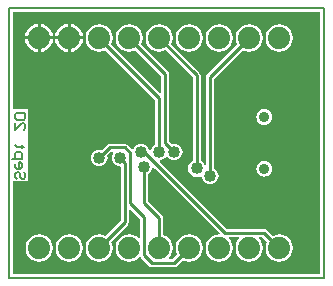
<source format=gbl>
G04 Layer_Physical_Order=2*
G04 Layer_Color=16711680*
%FSLAX25Y25*%
%MOIN*%
G70*
G01*
G75*
%ADD18C,0.01000*%
%ADD19C,0.00800*%
%ADD20C,0.03543*%
%ADD21C,0.07400*%
%ADD22C,0.04000*%
%ADD23C,0.00510*%
G36*
X203777Y101224D02*
X101224D01*
Y132164D01*
X106310D01*
Y156310D01*
X101224D01*
Y188777D01*
X203777D01*
Y101224D01*
D02*
G37*
%LPC*%
G36*
X140000Y184539D02*
X138825Y184384D01*
X137731Y183931D01*
X136791Y183209D01*
X136069Y182269D01*
X135616Y181175D01*
X135461Y180000D01*
X135616Y178825D01*
X136069Y177731D01*
X136791Y176791D01*
X137731Y176069D01*
X138825Y175616D01*
X140000Y175461D01*
X141175Y175616D01*
X142119Y176007D01*
X150674Y167451D01*
Y161853D01*
X150213Y161662D01*
X133993Y177881D01*
X134384Y178825D01*
X134539Y180000D01*
X134384Y181175D01*
X133931Y182269D01*
X133209Y183209D01*
X132269Y183931D01*
X131175Y184384D01*
X130000Y184539D01*
X128825Y184384D01*
X127731Y183931D01*
X126791Y183209D01*
X126069Y182269D01*
X125616Y181175D01*
X125461Y180000D01*
X125616Y178825D01*
X126069Y177731D01*
X126791Y176791D01*
X127731Y176069D01*
X128825Y175616D01*
X130000Y175461D01*
X131175Y175616D01*
X132119Y176007D01*
X148674Y159451D01*
Y144482D01*
X148588Y144446D01*
X148003Y143997D01*
X147554Y143412D01*
X147272Y142731D01*
X147252Y142580D01*
X146748D01*
X146728Y142731D01*
X146446Y143412D01*
X145997Y143997D01*
X145412Y144446D01*
X144731Y144728D01*
X144000Y144824D01*
X143269Y144728D01*
X142588Y144446D01*
X142003Y143997D01*
X141554Y143412D01*
X141442Y143140D01*
X140852Y143023D01*
X139437Y144437D01*
X139007Y144725D01*
X138500Y144825D01*
X133500D01*
X132993Y144725D01*
X132563Y144437D01*
X130818Y142692D01*
X130731Y142728D01*
X130000Y142824D01*
X129269Y142728D01*
X128588Y142446D01*
X128003Y141997D01*
X127554Y141412D01*
X127272Y140731D01*
X127176Y140000D01*
X127272Y139269D01*
X127554Y138588D01*
X128003Y138003D01*
X128588Y137554D01*
X129269Y137272D01*
X130000Y137176D01*
X130731Y137272D01*
X131412Y137554D01*
X131997Y138003D01*
X132446Y138588D01*
X132728Y139269D01*
X132824Y140000D01*
X132728Y140731D01*
X132692Y140818D01*
X134046Y142172D01*
X134531Y142130D01*
X134756Y141674D01*
X134554Y141412D01*
X134272Y140731D01*
X134176Y140000D01*
X134272Y139269D01*
X134554Y138588D01*
X135003Y138003D01*
X135588Y137554D01*
X136269Y137272D01*
X137000Y137176D01*
X137215Y136988D01*
Y119089D01*
X132119Y113993D01*
X131175Y114384D01*
X130000Y114539D01*
X128825Y114384D01*
X127731Y113931D01*
X126791Y113209D01*
X126069Y112269D01*
X125616Y111175D01*
X125461Y110000D01*
X125616Y108825D01*
X126069Y107731D01*
X126791Y106791D01*
X127731Y106069D01*
X128825Y105616D01*
X130000Y105461D01*
X131175Y105616D01*
X132269Y106069D01*
X133209Y106791D01*
X133931Y107731D01*
X134384Y108825D01*
X134539Y110000D01*
X134384Y111175D01*
X133993Y112119D01*
X139477Y117603D01*
X139765Y118033D01*
X139866Y118540D01*
Y122907D01*
X140327Y123098D01*
X143675Y119751D01*
Y113367D01*
X143422Y113282D01*
X143175Y113236D01*
X142269Y113931D01*
X141175Y114384D01*
X140000Y114539D01*
X138825Y114384D01*
X137731Y113931D01*
X136791Y113209D01*
X136069Y112269D01*
X135616Y111175D01*
X135461Y110000D01*
X135616Y108825D01*
X136069Y107731D01*
X136791Y106791D01*
X137731Y106069D01*
X138825Y105616D01*
X140000Y105461D01*
X141175Y105616D01*
X142269Y106069D01*
X143209Y106791D01*
X143317Y106930D01*
X143877Y106840D01*
X144063Y106563D01*
X146563Y104063D01*
X146993Y103775D01*
X147500Y103674D01*
X155000D01*
X155507Y103775D01*
X155937Y104063D01*
X157881Y106007D01*
X158825Y105616D01*
X160000Y105461D01*
X161175Y105616D01*
X162269Y106069D01*
X163209Y106791D01*
X163931Y107731D01*
X164384Y108825D01*
X164539Y110000D01*
X164384Y111175D01*
X163931Y112269D01*
X163209Y113209D01*
X162269Y113931D01*
X161175Y114384D01*
X160000Y114539D01*
X158825Y114384D01*
X157731Y113931D01*
X156791Y113209D01*
X156069Y112269D01*
X155616Y111175D01*
X155461Y110000D01*
X155616Y108825D01*
X156007Y107881D01*
X154451Y106325D01*
X153367D01*
X153281Y106578D01*
X153236Y106825D01*
X153931Y107731D01*
X154384Y108825D01*
X154539Y110000D01*
X154384Y111175D01*
X153931Y112269D01*
X153209Y113209D01*
X152269Y113931D01*
X151326Y114322D01*
Y120000D01*
X151225Y120507D01*
X150937Y120937D01*
X146326Y125549D01*
Y134518D01*
X146412Y134554D01*
X146997Y135003D01*
X147446Y135588D01*
X147728Y136269D01*
X147777Y136641D01*
X148305Y136821D01*
X170148Y114977D01*
X169894Y114525D01*
X168825Y114384D01*
X167731Y113931D01*
X166791Y113209D01*
X166069Y112269D01*
X165616Y111175D01*
X165461Y110000D01*
X165616Y108825D01*
X166069Y107731D01*
X166791Y106791D01*
X167731Y106069D01*
X168825Y105616D01*
X170000Y105461D01*
X171175Y105616D01*
X172269Y106069D01*
X173209Y106791D01*
X173931Y107731D01*
X174384Y108825D01*
X174539Y110000D01*
X174384Y111175D01*
X173931Y112269D01*
X173236Y113174D01*
X173282Y113422D01*
X173367Y113674D01*
X176633D01*
X176718Y113422D01*
X176764Y113174D01*
X176069Y112269D01*
X175616Y111175D01*
X175461Y110000D01*
X175616Y108825D01*
X176069Y107731D01*
X176791Y106791D01*
X177731Y106069D01*
X178825Y105616D01*
X180000Y105461D01*
X181175Y105616D01*
X182269Y106069D01*
X183209Y106791D01*
X183931Y107731D01*
X184384Y108825D01*
X184539Y110000D01*
X184384Y111175D01*
X183931Y112269D01*
X183236Y113174D01*
X183282Y113422D01*
X183367Y113674D01*
X184451D01*
X186007Y112119D01*
X185616Y111175D01*
X185461Y110000D01*
X185616Y108825D01*
X186069Y107731D01*
X186791Y106791D01*
X187731Y106069D01*
X188825Y105616D01*
X190000Y105461D01*
X191175Y105616D01*
X192269Y106069D01*
X193209Y106791D01*
X193931Y107731D01*
X194384Y108825D01*
X194539Y110000D01*
X194384Y111175D01*
X193931Y112269D01*
X193209Y113209D01*
X192269Y113931D01*
X191175Y114384D01*
X190000Y114539D01*
X188825Y114384D01*
X187881Y113993D01*
X185937Y115937D01*
X185507Y116225D01*
X185000Y116325D01*
X172549D01*
X150179Y138695D01*
X150359Y139223D01*
X150731Y139272D01*
X151412Y139554D01*
X151997Y140003D01*
X152185Y140248D01*
X152815D01*
X153003Y140003D01*
X153588Y139554D01*
X154269Y139272D01*
X155000Y139176D01*
X155731Y139272D01*
X156412Y139554D01*
X156997Y140003D01*
X157446Y140588D01*
X157728Y141269D01*
X157824Y142000D01*
X157728Y142731D01*
X157446Y143412D01*
X156997Y143997D01*
X156412Y144446D01*
X155731Y144728D01*
X155000Y144824D01*
X154269Y144728D01*
X154182Y144692D01*
X153325Y145549D01*
Y168000D01*
X153225Y168507D01*
X152937Y168937D01*
X143993Y177881D01*
X144384Y178825D01*
X144539Y180000D01*
X144384Y181175D01*
X143931Y182269D01*
X143209Y183209D01*
X142269Y183931D01*
X141175Y184384D01*
X140000Y184539D01*
D02*
G37*
G36*
X185000Y156255D02*
X184329Y156166D01*
X183703Y155907D01*
X183166Y155495D01*
X182754Y154958D01*
X182495Y154332D01*
X182406Y153661D01*
X182495Y152990D01*
X182754Y152364D01*
X183166Y151827D01*
X183703Y151415D01*
X184329Y151156D01*
X185000Y151067D01*
X185671Y151156D01*
X186297Y151415D01*
X186834Y151827D01*
X187246Y152364D01*
X187505Y152990D01*
X187594Y153661D01*
X187505Y154332D01*
X187246Y154958D01*
X186834Y155495D01*
X186297Y155907D01*
X185671Y156166D01*
X185000Y156255D01*
D02*
G37*
G36*
X119500Y179500D02*
X115325D01*
X115421Y178773D01*
X115895Y177630D01*
X116648Y176648D01*
X117630Y175895D01*
X118773Y175421D01*
X119500Y175325D01*
Y179500D01*
D02*
G37*
G36*
X109500D02*
X105325D01*
X105421Y178773D01*
X105895Y177630D01*
X106648Y176648D01*
X107630Y175895D01*
X108773Y175421D01*
X109500Y175325D01*
Y179500D01*
D02*
G37*
G36*
X120000Y114539D02*
X118825Y114384D01*
X117731Y113931D01*
X116791Y113209D01*
X116069Y112269D01*
X115616Y111175D01*
X115461Y110000D01*
X115616Y108825D01*
X116069Y107731D01*
X116791Y106791D01*
X117731Y106069D01*
X118825Y105616D01*
X120000Y105461D01*
X121175Y105616D01*
X122269Y106069D01*
X123209Y106791D01*
X123931Y107731D01*
X124384Y108825D01*
X124539Y110000D01*
X124384Y111175D01*
X123931Y112269D01*
X123209Y113209D01*
X122269Y113931D01*
X121175Y114384D01*
X120000Y114539D01*
D02*
G37*
G36*
X110000D02*
X108825Y114384D01*
X107731Y113931D01*
X106791Y113209D01*
X106069Y112269D01*
X105616Y111175D01*
X105461Y110000D01*
X105616Y108825D01*
X106069Y107731D01*
X106791Y106791D01*
X107731Y106069D01*
X108825Y105616D01*
X110000Y105461D01*
X111175Y105616D01*
X112269Y106069D01*
X113209Y106791D01*
X113931Y107731D01*
X114384Y108825D01*
X114539Y110000D01*
X114384Y111175D01*
X113931Y112269D01*
X113209Y113209D01*
X112269Y113931D01*
X111175Y114384D01*
X110000Y114539D01*
D02*
G37*
G36*
X180000Y184539D02*
X178825Y184384D01*
X177731Y183931D01*
X176791Y183209D01*
X176069Y182269D01*
X175616Y181175D01*
X175461Y180000D01*
X175616Y178825D01*
X176007Y177881D01*
X166063Y167937D01*
X165775Y167507D01*
X165674Y167000D01*
Y137459D01*
X165174Y137360D01*
X164946Y137912D01*
X164497Y138497D01*
X163912Y138946D01*
X163826Y138982D01*
Y167500D01*
X163725Y168007D01*
X163437Y168437D01*
X153993Y177881D01*
X154384Y178825D01*
X154539Y180000D01*
X154384Y181175D01*
X153931Y182269D01*
X153209Y183209D01*
X152269Y183931D01*
X151175Y184384D01*
X150000Y184539D01*
X148825Y184384D01*
X147731Y183931D01*
X146791Y183209D01*
X146069Y182269D01*
X145616Y181175D01*
X145461Y180000D01*
X145616Y178825D01*
X146069Y177731D01*
X146791Y176791D01*
X147731Y176069D01*
X148825Y175616D01*
X150000Y175461D01*
X151175Y175616D01*
X152119Y176007D01*
X161174Y166951D01*
Y138982D01*
X161088Y138946D01*
X160503Y138497D01*
X160054Y137912D01*
X159772Y137231D01*
X159676Y136500D01*
X159772Y135769D01*
X160054Y135088D01*
X160503Y134503D01*
X161088Y134054D01*
X161769Y133772D01*
X162500Y133676D01*
X163231Y133772D01*
X163687Y133961D01*
X164169Y133726D01*
X164220Y133661D01*
X164272Y133269D01*
X164554Y132588D01*
X165003Y132003D01*
X165588Y131554D01*
X166269Y131272D01*
X167000Y131176D01*
X167731Y131272D01*
X168412Y131554D01*
X168997Y132003D01*
X169446Y132588D01*
X169728Y133269D01*
X169824Y134000D01*
X169728Y134731D01*
X169446Y135412D01*
X168997Y135997D01*
X168412Y136446D01*
X168325Y136482D01*
Y166451D01*
X177881Y176007D01*
X178825Y175616D01*
X180000Y175461D01*
X181175Y175616D01*
X182269Y176069D01*
X183209Y176791D01*
X183931Y177731D01*
X184384Y178825D01*
X184539Y180000D01*
X184384Y181175D01*
X183931Y182269D01*
X183209Y183209D01*
X182269Y183931D01*
X181175Y184384D01*
X180000Y184539D01*
D02*
G37*
G36*
X185000Y138933D02*
X184329Y138844D01*
X183703Y138585D01*
X183166Y138173D01*
X182754Y137636D01*
X182495Y137010D01*
X182406Y136339D01*
X182495Y135668D01*
X182754Y135042D01*
X183166Y134505D01*
X183703Y134093D01*
X184329Y133834D01*
X185000Y133745D01*
X185671Y133834D01*
X186297Y134093D01*
X186834Y134505D01*
X187246Y135042D01*
X187505Y135668D01*
X187594Y136339D01*
X187505Y137010D01*
X187246Y137636D01*
X186834Y138173D01*
X186297Y138585D01*
X185671Y138844D01*
X185000Y138933D01*
D02*
G37*
G36*
X119500Y184675D02*
X118773Y184579D01*
X117630Y184105D01*
X116648Y183352D01*
X115895Y182370D01*
X115421Y181227D01*
X115325Y180500D01*
X119500D01*
Y184675D01*
D02*
G37*
G36*
X109500D02*
X108773Y184579D01*
X107630Y184105D01*
X106648Y183352D01*
X105895Y182370D01*
X105421Y181227D01*
X105325Y180500D01*
X109500D01*
Y184675D01*
D02*
G37*
G36*
X120500D02*
Y180500D01*
X124675D01*
X124579Y181227D01*
X124105Y182370D01*
X123352Y183352D01*
X122370Y184105D01*
X121227Y184579D01*
X120500Y184675D01*
D02*
G37*
G36*
X110500D02*
Y180500D01*
X114675D01*
X114579Y181227D01*
X114105Y182370D01*
X113352Y183352D01*
X112370Y184105D01*
X111227Y184579D01*
X110500Y184675D01*
D02*
G37*
G36*
X190000Y184539D02*
X188825Y184384D01*
X187731Y183931D01*
X186791Y183209D01*
X186069Y182269D01*
X185616Y181175D01*
X185461Y180000D01*
X185616Y178825D01*
X186069Y177731D01*
X186791Y176791D01*
X187731Y176069D01*
X188825Y175616D01*
X190000Y175461D01*
X191175Y175616D01*
X192269Y176069D01*
X193209Y176791D01*
X193931Y177731D01*
X194384Y178825D01*
X194539Y180000D01*
X194384Y181175D01*
X193931Y182269D01*
X193209Y183209D01*
X192269Y183931D01*
X191175Y184384D01*
X190000Y184539D01*
D02*
G37*
G36*
X124675Y179500D02*
X120500D01*
Y175325D01*
X121227Y175421D01*
X122370Y175895D01*
X123352Y176648D01*
X124105Y177630D01*
X124579Y178773D01*
X124675Y179500D01*
D02*
G37*
G36*
X114675D02*
X110500D01*
Y175325D01*
X111227Y175421D01*
X112370Y175895D01*
X113352Y176648D01*
X114105Y177630D01*
X114579Y178773D01*
X114675Y179500D01*
D02*
G37*
G36*
X170000Y184539D02*
X168825Y184384D01*
X167731Y183931D01*
X166791Y183209D01*
X166069Y182269D01*
X165616Y181175D01*
X165461Y180000D01*
X165616Y178825D01*
X166069Y177731D01*
X166791Y176791D01*
X167731Y176069D01*
X168825Y175616D01*
X170000Y175461D01*
X171175Y175616D01*
X172269Y176069D01*
X173209Y176791D01*
X173931Y177731D01*
X174384Y178825D01*
X174539Y180000D01*
X174384Y181175D01*
X173931Y182269D01*
X173209Y183209D01*
X172269Y183931D01*
X171175Y184384D01*
X170000Y184539D01*
D02*
G37*
G36*
X160000D02*
X158825Y184384D01*
X157731Y183931D01*
X156791Y183209D01*
X156069Y182269D01*
X155616Y181175D01*
X155461Y180000D01*
X155616Y178825D01*
X156069Y177731D01*
X156791Y176791D01*
X157731Y176069D01*
X158825Y175616D01*
X160000Y175461D01*
X161175Y175616D01*
X162269Y176069D01*
X163209Y176791D01*
X163931Y177731D01*
X164384Y178825D01*
X164539Y180000D01*
X164384Y181175D01*
X163931Y182269D01*
X163209Y183209D01*
X162269Y183931D01*
X161175Y184384D01*
X160000Y184539D01*
D02*
G37*
%LPD*%
D18*
X137000Y140000D02*
X138540Y138460D01*
Y118540D02*
Y138460D01*
X130000Y110000D02*
X138540Y118540D01*
X145000Y125000D02*
Y137000D01*
Y125000D02*
X150000Y120000D01*
Y110000D02*
Y120000D01*
X130000Y140000D02*
X133500Y143500D01*
X138500D01*
X145000Y107500D02*
X147500Y105000D01*
X155000D01*
X160000Y110000D01*
X145000Y107500D02*
Y120300D01*
X138500Y143500D02*
X140340Y141660D01*
Y124960D02*
Y141660D01*
Y124960D02*
X145000Y120300D01*
X144000Y142000D02*
X145000D01*
X172000Y115000D01*
X185000D01*
X190000Y110000D01*
X152000Y145000D02*
X155000Y142000D01*
X152000Y145000D02*
Y168000D01*
X140000Y180000D02*
X152000Y168000D01*
X162500Y136500D02*
Y167500D01*
X150000Y180000D02*
X162500Y167500D01*
X150000Y142000D02*
Y160000D01*
X130000Y180000D02*
X150000Y160000D01*
X167000Y134000D02*
Y167000D01*
X180000Y180000D01*
D19*
X100000Y190000D02*
X205000D01*
Y100000D02*
Y190000D01*
X100000Y100000D02*
X205000D01*
X100000D02*
Y190000D01*
D20*
X185000Y136339D02*
D03*
Y153661D02*
D03*
D21*
X190000Y180000D02*
D03*
X180000D02*
D03*
X170000D02*
D03*
X160000D02*
D03*
X150000D02*
D03*
X140000D02*
D03*
X130000D02*
D03*
X120000D02*
D03*
X110000D02*
D03*
Y110000D02*
D03*
X120000D02*
D03*
X130000D02*
D03*
X140000D02*
D03*
X150000D02*
D03*
X160000D02*
D03*
X170000D02*
D03*
X180000D02*
D03*
X190000D02*
D03*
D22*
X155500Y152500D02*
D03*
X135120Y120710D02*
D03*
X183070Y170700D02*
D03*
X137000Y140000D02*
D03*
X145000Y137000D02*
D03*
X130000Y140000D02*
D03*
X144000Y142000D02*
D03*
X155000D02*
D03*
X162500Y136500D02*
D03*
X150000Y142000D02*
D03*
X167000Y134000D02*
D03*
D23*
X104832Y135266D02*
X105399Y134699D01*
Y133566D01*
X104832Y133000D01*
X104266D01*
X103700Y133566D01*
Y134699D01*
X103133Y135266D01*
X102567D01*
X102000Y134699D01*
Y133566D01*
X102567Y133000D01*
X102000Y138098D02*
Y136965D01*
X102567Y136399D01*
X103700D01*
X104266Y136965D01*
Y138098D01*
X103700Y138665D01*
X103133D01*
Y136399D01*
X100867Y139798D02*
X104266D01*
Y141497D01*
X103700Y142064D01*
X102567D01*
X102000Y141497D01*
Y139798D01*
X104832Y143763D02*
X104266D01*
Y143197D01*
Y144330D01*
Y143763D01*
X102567D01*
X102000Y144330D01*
Y151694D02*
Y149428D01*
X104266Y151694D01*
X104832D01*
X105399Y151128D01*
Y149995D01*
X104832Y149428D01*
Y152827D02*
X105399Y153393D01*
Y154526D01*
X104832Y155093D01*
X102567D01*
X102000Y154526D01*
Y153393D01*
X102567Y152827D01*
X104832D01*
M02*

</source>
